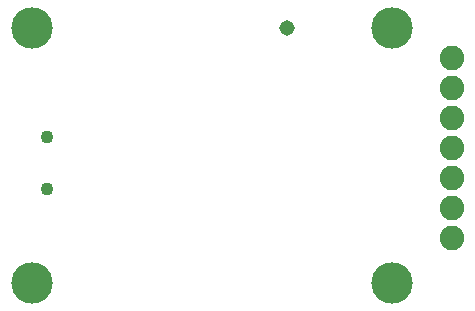
<source format=gbs>
G75*
%MOIN*%
%OFA0B0*%
%FSLAX25Y25*%
%IPPOS*%
%LPD*%
%AMOC8*
5,1,8,0,0,1.08239X$1,22.5*
%
%ADD10C,0.08200*%
%ADD11C,0.04343*%
%ADD12C,0.13800*%
%ADD13C,0.05162*%
D10*
X0243333Y0080000D03*
X0243333Y0090000D03*
X0243333Y0100000D03*
X0243333Y0110000D03*
X0243333Y0120000D03*
X0243333Y0130000D03*
X0243333Y0140000D03*
D11*
X0108333Y0113661D03*
X0108333Y0096339D03*
D12*
X0103333Y0065000D03*
X0223333Y0065000D03*
X0223333Y0150000D03*
X0103333Y0150000D03*
D13*
X0188333Y0150000D03*
M02*

</source>
